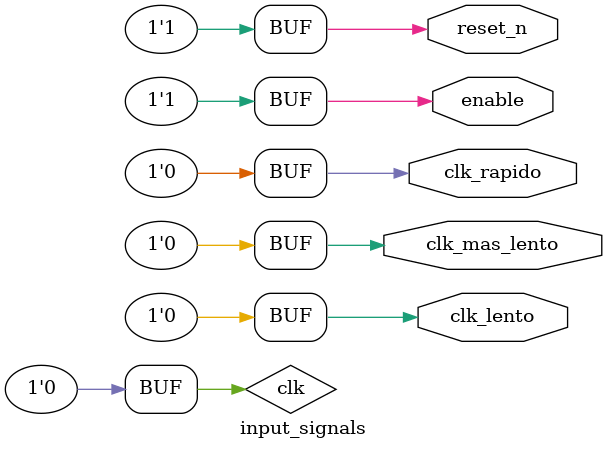
<source format=v>

module input_signals(

	output clk_rapido,
	output clk_lento,
	output clk_mas_lento,
	output reg reset_n,
	output reg enable


);


/////////////////////////////////////////////////
// ========== Control de la simulacion ===========
/////////////////////////////////////////////////

reg clk;

// Esto genera un clock de periodo=20ns (50 MHz)
always 
begin
	clk = 1'b1; 
  	#10; // high for 20 * timescale = 20 ns

  	clk = 1'b0;
  	#10; // low for 20 * timescale = 20 ns
end

initial 
begin
	reset_n = 0;
	#100
	reset_n = 1;
	#20
	enable= 1;
end

assign clk_rapido = clk;
assign clk_lento = clk;
assign clk_mas_lento = clk;

endmodule




</source>
